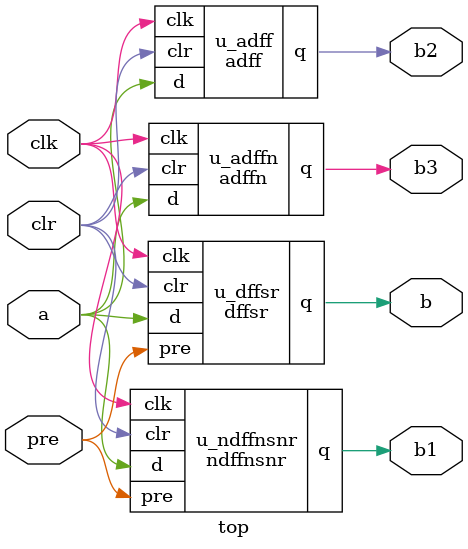
<source format=v>
module adff
    ( input d, clk, clr, output reg q );
    initial begin
      q = 0;
    end
	always @( posedge clk, posedge clr )
		if ( clr )
			q <= 1'b0;
		else
            q <= d;
endmodule

module adffn
    ( input d, clk, clr, output reg q );
    initial begin
      q = 0;
    end
	always @( posedge clk, negedge clr )
		if ( !clr )
			q <= 1'b0;
		else
            q <= d;
endmodule

module dffsr
    ( input d, clk, pre, clr, output reg q );
    initial begin
      q = 0;
    end
	always @( posedge clk, posedge pre, posedge clr )
		if ( clr )
			q <= 1'b0;
		else if ( pre )
			q <= 1'b1;
		else
            q <= d;
endmodule

module ndffnsnr
    ( input d, clk, pre, clr, output reg q );
    initial begin
      q = 0;
    end
	always @( negedge clk, negedge pre, negedge clr )
		if ( !clr )
			q <= 1'b0;
		else if ( !pre )
			q <= 1'b1;
		else
            q <= d;
endmodule

module top (
input clk,
input clr,
input pre,
input a,
output b,b1,b2,b3
);

dffsr u_dffsr (
        .clk (clk ),
        .clr (clr),
        .pre (pre),
        .d (a ),
        .q (b )
    );

ndffnsnr u_ndffnsnr (
        .clk (clk ),
        .clr (clr),
        .pre (pre),
        .d (a ),
        .q (b1 )
    );

adff u_adff (
        .clk (clk ),
        .clr (clr),
        .d (a ),
        .q (b2 )
    );

adffn u_adffn (
        .clk (clk ),
        .clr (clr),
        .d (a ),
        .q (b3 )
    );

endmodule

</source>
